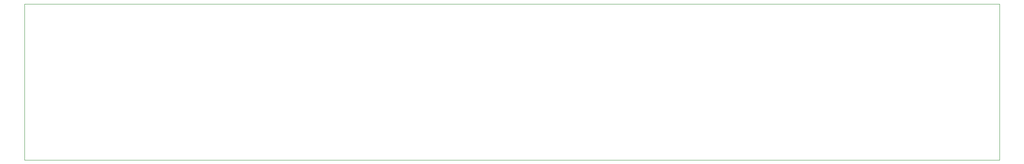
<source format=gbr>
%TF.GenerationSoftware,KiCad,Pcbnew,(5.1.10-1-10_14)*%
%TF.CreationDate,2021-07-21T12:25:41-07:00*%
%TF.ProjectId,PASCAL_switchboard,50415343-414c-45f7-9377-69746368626f,rev?*%
%TF.SameCoordinates,Original*%
%TF.FileFunction,Profile,NP*%
%FSLAX46Y46*%
G04 Gerber Fmt 4.6, Leading zero omitted, Abs format (unit mm)*
G04 Created by KiCad (PCBNEW (5.1.10-1-10_14)) date 2021-07-21 12:25:41*
%MOMM*%
%LPD*%
G01*
G04 APERTURE LIST*
%TA.AperFunction,Profile*%
%ADD10C,0.050000*%
%TD*%
G04 APERTURE END LIST*
D10*
X71120000Y-40640000D02*
X71120000Y-73660000D01*
X276860000Y-40640000D02*
X276860000Y-73660000D01*
X80010000Y-73660000D02*
X71120000Y-73660000D01*
X265430000Y-73660000D02*
X276860000Y-73660000D01*
X266700000Y-40640000D02*
X276860000Y-40640000D01*
X80010000Y-40640000D02*
X71120000Y-40640000D01*
X265430000Y-40640000D02*
X266700000Y-40640000D01*
X265430000Y-73660000D02*
X80010000Y-73660000D01*
X80010000Y-40640000D02*
X265430000Y-40640000D01*
M02*

</source>
